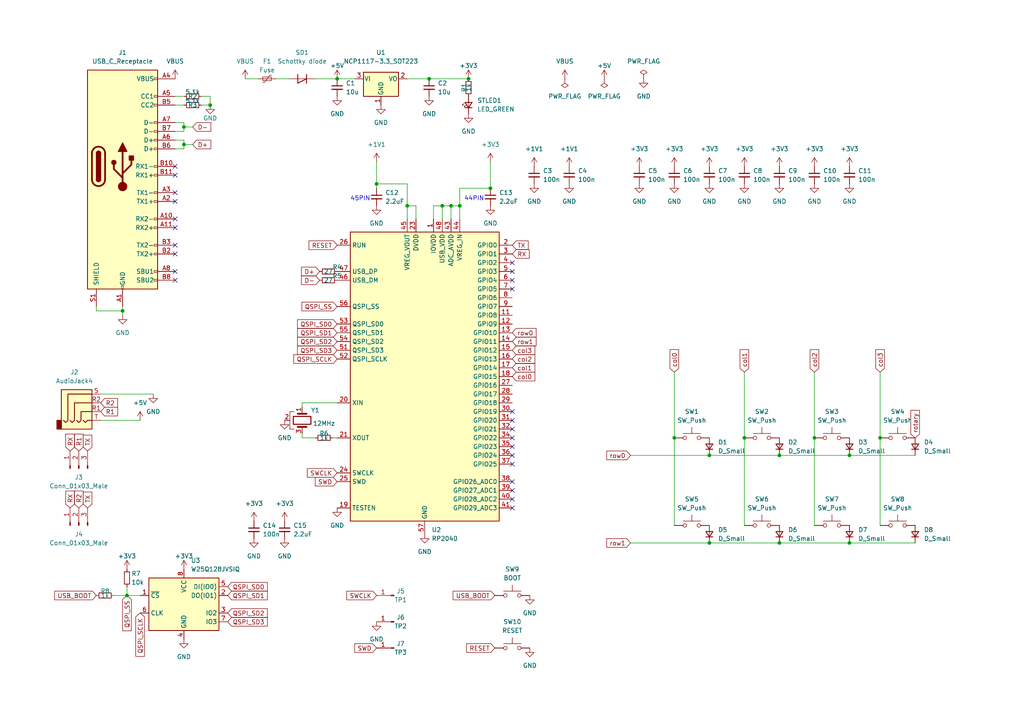
<source format=kicad_sch>
(kicad_sch (version 20230121) (generator eeschema)
  (paper "A4")
  (lib_symbols
    (symbol "Connector:AudioJack4"
      (property "Reference" "J" (at 0 8.89 0))
      (property "Value" "AudioJack4" (at 0 6.35 0))
      (symbol "AudioJack4_1_1"
        (pin passive line (at 5.08 -2.54 180) (length 2.54) (name "~") (number "R1"))
        (pin passive line (at 5.08 0 180) (length 2.54) (name "~") (number "R2"))
        (pin passive line (at 5.08 2.54 180) (length 2.54) (name "~") (number "S"))
        (pin passive line (at 5.08 -5.08 180) (length 2.54) (name "~") (number "T"))
      )
    )
    (symbol "Connector:Conn_01x01_Male" (pin_names (offset 1.016) hide)
      (property "Reference" "J" (at 0 2.54 0))
      (property "Value" "Conn_01x01_Male" (at 0 -2.54 0))
      (symbol "Conn_01x01_Male_1_1"
        (pin passive line (at 5.08 0 180) (length 3.81) (name "Pin_1") (number "1"))
      )
    )
    (symbol "Connector:Conn_01x03_Male" (pin_names (offset 1.016) hide)
      (property "Reference" "J" (at 0 5.08 0))
      (property "Value" "Conn_01x03_Male" (at 0 -5.08 0))
      (symbol "Conn_01x03_Male_1_1"
        (pin passive line (at 5.08 2.54 180) (length 3.81) (name "Pin_1") (number "1"))
        (pin passive line (at 5.08 0 180) (length 3.81) (name "Pin_2") (number "2"))
        (pin passive line (at 5.08 -2.54 180) (length 3.81) (name "Pin_3") (number "3"))
      )
    )
    (symbol "Connector:USB_C_Receptacle" (pin_names (offset 1.016))
      (property "Reference" "J" (at -10.16 29.21 0))
      (property "Value" "USB_C_Receptacle" (at 10.16 29.21 0))
      (symbol "USB_C_Receptacle_1_1"
        (pin passive line (at 0 -40.64 90) (length 5.08) (name "GND") (number "A1"))
        (pin bidirectional line (at 15.24 -15.24 180) (length 5.08) (name "RX2-") (number "A10"))
        (pin bidirectional line (at 15.24 -17.78 180) (length 5.08) (name "RX2+") (number "A11"))
        (pin passive line (at 0 -40.64 90) (length 5.08) hide (name "GND") (number "A12"))
        (pin bidirectional line (at 15.24 -10.16 180) (length 5.08) (name "TX1+") (number "A2"))
        (pin bidirectional line (at 15.24 -7.62 180) (length 5.08) (name "TX1-") (number "A3"))
        (pin passive line (at 15.24 25.4 180) (length 5.08) (name "VBUS") (number "A4"))
        (pin bidirectional line (at 15.24 20.32 180) (length 5.08) (name "CC1") (number "A5"))
        (pin bidirectional line (at 15.24 7.62 180) (length 5.08) (name "D+") (number "A6"))
        (pin bidirectional line (at 15.24 12.7 180) (length 5.08) (name "D-") (number "A7"))
        (pin bidirectional line (at 15.24 -30.48 180) (length 5.08) (name "SBU1") (number "A8"))
        (pin passive line (at 15.24 25.4 180) (length 5.08) hide (name "VBUS") (number "A9"))
        (pin passive line (at 0 -40.64 90) (length 5.08) hide (name "GND") (number "B1"))
        (pin bidirectional line (at 15.24 0 180) (length 5.08) (name "RX1-") (number "B10"))
        (pin bidirectional line (at 15.24 -2.54 180) (length 5.08) (name "RX1+") (number "B11"))
        (pin passive line (at 0 -40.64 90) (length 5.08) hide (name "GND") (number "B12"))
        (pin bidirectional line (at 15.24 -25.4 180) (length 5.08) (name "TX2+") (number "B2"))
        (pin bidirectional line (at 15.24 -22.86 180) (length 5.08) (name "TX2-") (number "B3"))
        (pin passive line (at 15.24 25.4 180) (length 5.08) hide (name "VBUS") (number "B4"))
        (pin bidirectional line (at 15.24 17.78 180) (length 5.08) (name "CC2") (number "B5"))
        (pin bidirectional line (at 15.24 5.08 180) (length 5.08) (name "D+") (number "B6"))
        (pin bidirectional line (at 15.24 10.16 180) (length 5.08) (name "D-") (number "B7"))
        (pin bidirectional line (at 15.24 -33.02 180) (length 5.08) (name "SBU2") (number "B8"))
        (pin passive line (at 15.24 25.4 180) (length 5.08) hide (name "VBUS") (number "B9"))
        (pin passive line (at -7.62 -40.64 90) (length 5.08) (name "SHIELD") (number "S1"))
      )
    )
    (symbol "Device:C_Small" (pin_numbers hide) (pin_names (offset 0.254) hide)
      (property "Reference" "C" (at 0.254 1.778 0))
      (property "Value" "C_Small" (at 0.254 -2.032 0))
      (symbol "C_Small_1_1"
        (pin passive line (at 0 2.54 270) (length 2.032) (name "~") (number "1"))
        (pin passive line (at 0 -2.54 90) (length 2.032) (name "~") (number "2"))
      )
    )
    (symbol "Device:Crystal_GND2" (pin_names (offset 1.016) hide)
      (property "Reference" "Y" (at 0 5.715 0))
      (property "Value" "Crystal_GND2" (at 0 3.81 0))
      (symbol "Crystal_GND2_1_1"
        (pin passive line (at -3.81 0 0) (length 1.27) (name "1") (number "1"))
        (pin passive line (at 0 -5.08 90) (length 1.27) (name "2") (number "2"))
        (pin passive line (at 3.81 0 180) (length 1.27) (name "3") (number "3"))
      )
    )
    (symbol "Device:D_Shockley" (pin_numbers hide) (pin_names (offset 1.016) hide)
      (property "Reference" "D" (at 0 2.54 0))
      (property "Value" "D_Shockley" (at 0 -2.54 0))
      (symbol "D_Shockley_1_1"
        (pin passive line (at -3.81 0 0) (length 2.54) (name "K") (number "1"))
        (pin passive line (at 3.81 0 180) (length 2.54) (name "A") (number "2"))
      )
    )
    (symbol "Device:D_Small" (pin_numbers hide) (pin_names (offset 0.254) hide)
      (property "Reference" "D" (at -1.27 2.032 0))
      (property "Value" "D_Small" (at -3.81 -2.032 0))
      (symbol "D_Small_1_1"
        (pin passive line (at -2.54 0 0) (length 1.778) (name "K") (number "1"))
        (pin passive line (at 2.54 0 180) (length 1.778) (name "A") (number "2"))
      )
    )
    (symbol "Device:LED_Small" (pin_numbers hide) (pin_names (offset 0.254) hide)
      (property "Reference" "D" (at -1.27 3.175 0))
      (property "Value" "LED_Small" (at -4.445 -2.54 0))
      (symbol "LED_Small_1_1"
        (pin passive line (at -2.54 0 0) (length 1.778) (name "K") (number "1"))
        (pin passive line (at 2.54 0 180) (length 1.778) (name "A") (number "2"))
      )
    )
    (symbol "Device:Polyfuse_Small" (pin_numbers hide) (pin_names (offset 0))
      (property "Reference" "F" (at -1.905 0 90))
      (property "Value" "Polyfuse_Small" (at 1.905 0 90))
      (symbol "Polyfuse_Small_1_1"
        (pin passive line (at 0 2.54 270) (length 0.635) (name "~") (number "1"))
        (pin passive line (at 0 -2.54 90) (length 0.635) (name "~") (number "2"))
      )
    )
    (symbol "Device:R_Small" (pin_numbers hide) (pin_names (offset 0.254) hide)
      (property "Reference" "R" (at 0.762 0.508 0))
      (property "Value" "R_Small" (at 0.762 -1.016 0))
      (symbol "R_Small_1_1"
        (pin passive line (at 0 2.54 270) (length 0.762) (name "~") (number "1"))
        (pin passive line (at 0 -2.54 90) (length 0.762) (name "~") (number "2"))
      )
    )
    (symbol "MCU_RaspberryPi:RP2040"
      (property "Reference" "U" (at 17.78 45.72 0))
      (property "Value" "RP2040" (at 17.78 43.18 0))
      (symbol "RP2040_1_1"
        (pin power_in line (at 2.54 45.72 270) (length 3.81) (name "IOVDD") (number "1"))
        (pin passive line (at 2.54 45.72 270) (length 3.81) hide (name "IOVDD") (number "10"))
        (pin bidirectional line (at 25.4 17.78 180) (length 3.81) (name "GPIO8") (number "11"))
        (pin bidirectional line (at 25.4 15.24 180) (length 3.81) (name "GPIO9") (number "12"))
        (pin bidirectional line (at 25.4 12.7 180) (length 3.81) (name "GPIO10") (number "13"))
        (pin bidirectional line (at 25.4 10.16 180) (length 3.81) (name "GPIO11") (number "14"))
        (pin bidirectional line (at 25.4 7.62 180) (length 3.81) (name "GPIO12") (number "15"))
        (pin bidirectional line (at 25.4 5.08 180) (length 3.81) (name "GPIO13") (number "16"))
        (pin bidirectional line (at 25.4 2.54 180) (length 3.81) (name "GPIO14") (number "17"))
        (pin bidirectional line (at 25.4 0 180) (length 3.81) (name "GPIO15") (number "18"))
        (pin input line (at -25.4 -38.1 0) (length 3.81) (name "TESTEN") (number "19"))
        (pin bidirectional line (at 25.4 38.1 180) (length 3.81) (name "GPIO0") (number "2"))
        (pin input line (at -25.4 -7.62 0) (length 3.81) (name "XIN") (number "20"))
        (pin passive line (at -25.4 -17.78 0) (length 3.81) (name "XOUT") (number "21"))
        (pin passive line (at 2.54 45.72 270) (length 3.81) hide (name "IOVDD") (number "22"))
        (pin power_in line (at -2.54 45.72 270) (length 3.81) (name "DVDD") (number "23"))
        (pin output line (at -25.4 -27.94 0) (length 3.81) (name "SWCLK") (number "24"))
        (pin bidirectional line (at -25.4 -30.48 0) (length 3.81) (name "SWD") (number "25"))
        (pin input line (at -25.4 38.1 0) (length 3.81) (name "RUN") (number "26"))
        (pin bidirectional line (at 25.4 -2.54 180) (length 3.81) (name "GPIO16") (number "27"))
        (pin bidirectional line (at 25.4 -5.08 180) (length 3.81) (name "GPIO17") (number "28"))
        (pin bidirectional line (at 25.4 -7.62 180) (length 3.81) (name "GPIO18") (number "29"))
        (pin bidirectional line (at 25.4 35.56 180) (length 3.81) (name "GPIO1") (number "3"))
        (pin bidirectional line (at 25.4 -10.16 180) (length 3.81) (name "GPIO19") (number "30"))
        (pin bidirectional line (at 25.4 -12.7 180) (length 3.81) (name "GPIO20") (number "31"))
        (pin bidirectional line (at 25.4 -15.24 180) (length 3.81) (name "GPIO21") (number "32"))
        (pin passive line (at 2.54 45.72 270) (length 3.81) hide (name "IOVDD") (number "33"))
        (pin bidirectional line (at 25.4 -17.78 180) (length 3.81) (name "GPIO22") (number "34"))
        (pin bidirectional line (at 25.4 -20.32 180) (length 3.81) (name "GPIO23") (number "35"))
        (pin bidirectional line (at 25.4 -22.86 180) (length 3.81) (name "GPIO24") (number "36"))
        (pin bidirectional line (at 25.4 -25.4 180) (length 3.81) (name "GPIO25") (number "37"))
        (pin bidirectional line (at 25.4 -30.48 180) (length 3.81) (name "GPIO26_ADC0") (number "38"))
        (pin bidirectional line (at 25.4 -33.02 180) (length 3.81) (name "GPIO27_ADC1") (number "39"))
        (pin bidirectional line (at 25.4 33.02 180) (length 3.81) (name "GPIO2") (number "4"))
        (pin bidirectional line (at 25.4 -35.56 180) (length 3.81) (name "GPIO28_ADC2") (number "40"))
        (pin bidirectional line (at 25.4 -38.1 180) (length 3.81) (name "GPIO29_ADC3") (number "41"))
        (pin passive line (at 2.54 45.72 270) (length 3.81) hide (name "IOVDD") (number "42"))
        (pin power_in line (at 7.62 45.72 270) (length 3.81) (name "ADC_AVDD") (number "43"))
        (pin power_in line (at 10.16 45.72 270) (length 3.81) (name "VREG_IN") (number "44"))
        (pin power_out line (at -5.08 45.72 270) (length 3.81) (name "VREG_VOUT") (number "45"))
        (pin bidirectional line (at -25.4 27.94 0) (length 3.81) (name "USB_DM") (number "46"))
        (pin bidirectional line (at -25.4 30.48 0) (length 3.81) (name "USB_DP") (number "47"))
        (pin power_in line (at 5.08 45.72 270) (length 3.81) (name "USB_VDD") (number "48"))
        (pin passive line (at 2.54 45.72 270) (length 3.81) hide (name "IOVDD") (number "49"))
        (pin bidirectional line (at 25.4 30.48 180) (length 3.81) (name "GPIO3") (number "5"))
        (pin passive line (at -2.54 45.72 270) (length 3.81) hide (name "DVDD") (number "50"))
        (pin bidirectional line (at -25.4 7.62 0) (length 3.81) (name "QSPI_SD3") (number "51"))
        (pin output line (at -25.4 5.08 0) (length 3.81) (name "QSPI_SCLK") (number "52"))
        (pin bidirectional line (at -25.4 15.24 0) (length 3.81) (name "QSPI_SD0") (number "53"))
        (pin bidirectional line (at -25.4 10.16 0) (length 3.81) (name "QSPI_SD2") (number "54"))
        (pin bidirectional line (at -25.4 12.7 0) (length 3.81) (name "QSPI_SD1") (number "55"))
        (pin bidirectional line (at -25.4 20.32 0) (length 3.81) (name "QSPI_SS") (number "56"))
        (pin power_in line (at 0 -45.72 90) (length 3.81) (name "GND") (number "57"))
        (pin bidirectional line (at 25.4 27.94 180) (length 3.81) (name "GPIO4") (number "6"))
        (pin bidirectional line (at 25.4 25.4 180) (length 3.81) (name "GPIO5") (number "7"))
        (pin bidirectional line (at 25.4 22.86 180) (length 3.81) (name "GPIO6") (number "8"))
        (pin bidirectional line (at 25.4 20.32 180) (length 3.81) (name "GPIO7") (number "9"))
      )
    )
    (symbol "Memory_Flash:W25Q128JVS"
      (property "Reference" "U" (at -8.89 8.89 0))
      (property "Value" "W25Q128JVS" (at 7.62 8.89 0))
      (symbol "W25Q128JVS_1_1"
        (pin input line (at -12.7 2.54 0) (length 2.54) (name "~{CS}") (number "1"))
        (pin bidirectional line (at 12.7 2.54 180) (length 2.54) (name "DO(IO1)") (number "2"))
        (pin bidirectional line (at 12.7 -2.54 180) (length 2.54) (name "IO2") (number "3"))
        (pin power_in line (at 0 -10.16 90) (length 2.54) (name "GND") (number "4"))
        (pin bidirectional line (at 12.7 5.08 180) (length 2.54) (name "DI(IO0)") (number "5"))
        (pin input line (at -12.7 -2.54 0) (length 2.54) (name "CLK") (number "6"))
        (pin bidirectional line (at 12.7 -5.08 180) (length 2.54) (name "IO3") (number "7"))
        (pin power_in line (at 0 10.16 270) (length 2.54) (name "VCC") (number "8"))
      )
    )
    (symbol "Regulator_Linear:NCP1117-3.3_SOT223" (pin_names (offset 0.254))
      (property "Reference" "U" (at -3.81 3.175 0))
      (property "Value" "NCP1117-3.3_SOT223" (at 0 3.175 0))
      (symbol "NCP1117-3.3_SOT223_1_1"
        (pin power_in line (at 0 -7.62 90) (length 2.54) (name "GND") (number "1"))
        (pin power_out line (at 7.62 0 180) (length 2.54) (name "VO") (number "2"))
        (pin power_in line (at -7.62 0 0) (length 2.54) (name "VI") (number "3"))
      )
    )
    (symbol "Switch:SW_Push" (pin_numbers hide) (pin_names (offset 1.016) hide)
      (property "Reference" "SW" (at 1.27 2.54 0))
      (property "Value" "SW_Push" (at 0 -1.524 0))
      (symbol "SW_Push_0_1"
        (pin passive line (at -5.08 0 0) (length 2.54) (name "1") (number "1"))
        (pin passive line (at 5.08 0 180) (length 2.54) (name "2") (number "2"))
      )
    )
    (symbol "power:+1V1" (power) (pin_names (offset 0))
      (property "Value" "+1V1" (at 0 3.556 0))
      (symbol "+1V1_1_1"
        (pin power_in line (at 0 0 90) (length 0) hide (name "+1V1") (number "1"))
      )
    )
    (symbol "power:+3V3" (power) (pin_names (offset 0))
      (property "Value" "+3V3" (at 0 3.556 0))
      (symbol "+3V3_1_1"
        (pin power_in line (at 0 0 90) (length 0) hide (name "+3V3") (number "1"))
      )
    )
    (symbol "power:+5V" (power) (pin_names (offset 0))
      (property "Value" "+5V" (at 0 3.556 0))
      (symbol "+5V_1_1"
        (pin power_in line (at 0 0 90) (length 0) hide (name "+5V") (number "1"))
      )
    )
    (symbol "power:GND" (power) (pin_names (offset 0))
      (property "Value" "GND" (at 0 -3.81 0))
      (symbol "GND_1_1"
        (pin power_in line (at 0 0 270) (length 0) hide (name "GND") (number "1"))
      )
    )
    (symbol "power:PWR_FLAG" (power) (pin_numbers hide) (pin_names (offset 0) hide)
      (property "Value" "PWR_FLAG" (at 0 3.81 0))
      (symbol "PWR_FLAG_0_0"
        (pin power_out line (at 0 0 90) (length 0) (name "pwr") (number "1"))
      )
    )
    (symbol "power:VBUS" (power) (pin_names (offset 0))
      (property "Value" "VBUS" (at 0 3.81 0))
      (symbol "VBUS_1_1"
        (pin power_in line (at 0 0 90) (length 0) hide (name "VBUS") (number "1"))
      )
    )
  )
  (junction (at 36.83 172.72))
  (junction (at 60.96 30.48))
  (junction (at 109.22 53.34))
  (junction (at 195.58 127))
  (junction (at 215.9 127))
  (junction (at 205.74 132.08))
  (junction (at 133.35 59.69))
  (junction (at 205.74 157.48))
  (junction (at 226.06 132.08))
  (junction (at 246.38 157.48))
  (junction (at 118.11 59.69))
  (junction (at 124.46 22.86))
  (junction (at 53.34 41.91))
  (junction (at 130.81 59.69))
  (junction (at 53.34 36.83))
  (junction (at 97.79 22.86))
  (junction (at 236.22 127))
  (junction (at 226.06 157.48))
  (junction (at 35.56 90.17))
  (junction (at 142.24 54.61))
  (junction (at 255.27 127))
  (junction (at 135.89 22.86))
  (junction (at 246.38 132.08))
  (junction (at 128.27 59.69))
  (no_connect (at 50.8 78.74))
  (no_connect (at 148.59 119.38))
  (no_connect (at 148.59 81.28))
  (no_connect (at 50.8 48.26))
  (no_connect (at 148.59 139.7))
  (no_connect (at 50.8 58.42))
  (no_connect (at 50.8 73.66))
  (no_connect (at 148.59 124.46))
  (no_connect (at 148.59 83.82))
  (no_connect (at 148.59 132.08))
  (no_connect (at 148.59 129.54))
  (no_connect (at 50.8 63.5))
  (no_connect (at 50.8 71.12))
  (no_connect (at 148.59 78.74))
  (no_connect (at 148.59 142.24))
  (no_connect (at 50.8 66.04))
  (no_connect (at 148.59 147.32))
  (no_connect (at 50.8 50.8))
  (no_connect (at 148.59 144.78))
  (no_connect (at 148.59 121.92))
  (no_connect (at 50.8 55.88))
  (no_connect (at 50.8 81.28))
  (no_connect (at 148.59 127))
  (no_connect (at 148.59 76.2))
  (no_connect (at 148.59 134.62))
  (wire (pts (xy 53.34 36.83) (xy 53.34 38.1)))
  (wire (pts (xy 53.34 40.64) (xy 53.34 41.91)))
  (wire (pts (xy 142.24 54.61) (xy 133.35 54.61)))
  (wire (pts (xy 118.11 22.86) (xy 124.46 22.86)))
  (wire (pts (xy 133.35 59.69) (xy 133.35 63.5)))
  (wire (pts (xy 195.58 107.95) (xy 195.58 127)))
  (wire (pts (xy 27.94 88.9) (xy 27.94 90.17)))
  (wire (pts (xy 96.52 127) (xy 97.79 127)))
  (wire (pts (xy 50.8 27.94) (xy 53.34 27.94)))
  (wire (pts (xy 58.42 27.94) (xy 60.96 27.94)))
  (wire (pts (xy 255.27 127) (xy 255.27 152.4)))
  (wire (pts (xy 33.02 172.72) (xy 36.83 172.72)))
  (wire (pts (xy 125.73 59.69) (xy 128.27 59.69)))
  (wire (pts (xy 29.21 114.3) (xy 44.45 114.3)))
  (wire (pts (xy 133.35 54.61) (xy 133.35 59.69)))
  (wire (pts (xy 109.22 53.34) (xy 109.22 54.61)))
  (wire (pts (xy 80.01 22.86) (xy 83.82 22.86)))
  (wire (pts (xy 118.11 59.69) (xy 118.11 63.5)))
  (wire (pts (xy 246.38 157.48) (xy 265.43 157.48)))
  (wire (pts (xy 50.8 35.56) (xy 53.34 35.56)))
  (wire (pts (xy 142.24 46.99) (xy 142.24 54.61)))
  (wire (pts (xy 87.63 127) (xy 91.44 127)))
  (wire (pts (xy 53.34 38.1) (xy 50.8 38.1)))
  (wire (pts (xy 35.56 88.9) (xy 35.56 90.17)))
  (wire (pts (xy 53.34 41.91) (xy 55.88 41.91)))
  (wire (pts (xy 29.21 121.92) (xy 40.64 121.92)))
  (wire (pts (xy 53.34 41.91) (xy 53.34 43.18)))
  (wire (pts (xy 205.74 157.48) (xy 226.06 157.48)))
  (wire (pts (xy 215.9 107.95) (xy 215.9 127)))
  (wire (pts (xy 87.63 116.84) (xy 97.79 116.84)))
  (wire (pts (xy 91.44 22.86) (xy 97.79 22.86)))
  (wire (pts (xy 53.34 43.18) (xy 50.8 43.18)))
  (wire (pts (xy 120.65 59.69) (xy 118.11 59.69)))
  (wire (pts (xy 120.65 59.69) (xy 120.65 63.5)))
  (wire (pts (xy 58.42 30.48) (xy 60.96 30.48)))
  (wire (pts (xy 128.27 59.69) (xy 128.27 63.5)))
  (wire (pts (xy 60.96 27.94) (xy 60.96 30.48)))
  (wire (pts (xy 50.8 40.64) (xy 53.34 40.64)))
  (wire (pts (xy 182.88 132.08) (xy 205.74 132.08)))
  (wire (pts (xy 97.79 22.86) (xy 102.87 22.86)))
  (wire (pts (xy 195.58 127) (xy 195.58 152.4)))
  (wire (pts (xy 71.12 22.86) (xy 74.93 22.86)))
  (wire (pts (xy 109.22 53.34) (xy 118.11 53.34)))
  (wire (pts (xy 36.83 172.72) (xy 40.64 172.72)))
  (wire (pts (xy 255.27 107.95) (xy 255.27 127)))
  (wire (pts (xy 236.22 127) (xy 236.22 152.4)))
  (wire (pts (xy 215.9 127) (xy 215.9 152.4)))
  (wire (pts (xy 87.63 125.73) (xy 87.63 127)))
  (wire (pts (xy 236.22 107.95) (xy 236.22 127)))
  (wire (pts (xy 36.83 170.18) (xy 36.83 172.72)))
  (wire (pts (xy 205.74 132.08) (xy 226.06 132.08)))
  (wire (pts (xy 246.38 132.08) (xy 265.43 132.08)))
  (wire (pts (xy 226.06 157.48) (xy 246.38 157.48)))
  (wire (pts (xy 87.63 116.84) (xy 87.63 118.11)))
  (wire (pts (xy 109.22 46.99) (xy 109.22 53.34)))
  (wire (pts (xy 53.34 36.83) (xy 55.88 36.83)))
  (wire (pts (xy 118.11 53.34) (xy 118.11 59.69)))
  (wire (pts (xy 124.46 22.86) (xy 135.89 22.86)))
  (wire (pts (xy 128.27 59.69) (xy 130.81 59.69)))
  (wire (pts (xy 182.88 157.48) (xy 205.74 157.48)))
  (wire (pts (xy 130.81 59.69) (xy 133.35 59.69)))
  (wire (pts (xy 53.34 35.56) (xy 53.34 36.83)))
  (wire (pts (xy 125.73 59.69) (xy 125.73 63.5)))
  (wire (pts (xy 50.8 30.48) (xy 53.34 30.48)))
  (wire (pts (xy 27.94 90.17) (xy 35.56 90.17)))
  (wire (pts (xy 130.81 59.69) (xy 130.81 63.5)))
  (wire (pts (xy 226.06 132.08) (xy 246.38 132.08)))
  (wire (pts (xy 35.56 90.17) (xy 35.56 91.44)))
  (text "45PIN" (at 101.6 58.42 0) (effects (font (size 1.27 1.27)) (justify left bottom)))
  (text "44PIN" (at 134.62 58.42 0) (effects (font (size 1.27 1.27)) (justify left bottom)))
  (global_label "row0" (shape input) (at 148.59 96.52 0) (property "Intersheetrefs" "${INTERSHEET_REFS}" (effects hide)) (property "シート間のリファレンス" "${INTERSHEET_REFS}" (effects hide)))
  (global_label "R1" (shape input) (at 29.21 119.38 0) (property "Intersheetrefs" "${INTERSHEET_REFS}" (effects hide)) (property "シート間のリファレンス" "${INTERSHEET_REFS}" (effects hide)))
  (global_label "RESET" (shape input) (at 97.79 71.12 180) (property "Intersheetrefs" "${INTERSHEET_REFS}" (effects hide)))
  (global_label "TX" (shape input) (at 25.4 147.32 90) (property "Intersheetrefs" "${INTERSHEET_REFS}" (effects hide)) (property "シート間のリファレンス" "${INTERSHEET_REFS}" (effects hide)))
  (global_label "RX" (shape input) (at 20.32 130.81 90) (property "Intersheetrefs" "${INTERSHEET_REFS}" (effects hide)) (property "シート間のリファレンス" "${INTERSHEET_REFS}" (effects hide)))
  (global_label "USB_BOOT" (shape input) (at 27.94 172.72 180) (property "Intersheetrefs" "${INTERSHEET_REFS}" (effects hide)))
  (global_label "col1" (shape input) (at 148.59 106.68 0) (property "Intersheetrefs" "${INTERSHEET_REFS}" (effects hide)) (property "シート間のリファレンス" "${INTERSHEET_REFS}" (effects hide)))
  (global_label "RX" (shape input) (at 148.59 73.66 0) (property "Intersheetrefs" "${INTERSHEET_REFS}" (effects hide)) (property "シート間のリファレンス" "${INTERSHEET_REFS}" (effects hide)))
  (global_label "QSPI_SD2" (shape input) (at 66.04 177.8 0) (property "Intersheetrefs" "${INTERSHEET_REFS}" (effects hide)))
  (global_label "R1" (shape input) (at 22.86 130.81 90) (property "Intersheetrefs" "${INTERSHEET_REFS}" (effects hide)) (property "シート間のリファレンス" "${INTERSHEET_REFS}" (effects hide)))
  (global_label "row1" (shape input) (at 148.59 99.06 0) (property "Intersheetrefs" "${INTERSHEET_REFS}" (effects hide)) (property "シート間のリファレンス" "${INTERSHEET_REFS}" (effects hide)))
  (global_label "QSPI_SCLK" (shape input) (at 40.64 177.8 270) (property "Intersheetrefs" "${INTERSHEET_REFS}" (effects hide)))
  (global_label "col2" (shape input) (at 236.22 107.95 90) (property "Intersheetrefs" "${INTERSHEET_REFS}" (effects hide)) (property "シート間のリファレンス" "${INTERSHEET_REFS}" (effects hide)))
  (global_label "rotary" (shape input) (at 265.43 127 90) (property "Intersheetrefs" "${INTERSHEET_REFS}" (effects hide)))
  (global_label "row1" (shape input) (at 182.88 157.48 180) (property "Intersheetrefs" "${INTERSHEET_REFS}" (effects hide)) (property "シート間のリファレンス" "${INTERSHEET_REFS}" (effects hide)))
  (global_label "col0" (shape input) (at 148.59 109.22 0) (property "Intersheetrefs" "${INTERSHEET_REFS}" (effects hide)) (property "シート間のリファレンス" "${INTERSHEET_REFS}" (effects hide)))
  (global_label "TX" (shape input) (at 25.4 130.81 90) (property "Intersheetrefs" "${INTERSHEET_REFS}" (effects hide)) (property "シート間のリファレンス" "${INTERSHEET_REFS}" (effects hide)))
  (global_label "D+" (shape input) (at 55.88 41.91 0) (property "Intersheetrefs" "${INTERSHEET_REFS}" (effects hide)))
  (global_label "col1" (shape input) (at 215.9 107.95 90) (property "Intersheetrefs" "${INTERSHEET_REFS}" (effects hide)) (property "シート間のリファレンス" "${INTERSHEET_REFS}" (effects hide)))
  (global_label "col0" (shape input) (at 195.58 107.95 90) (property "Intersheetrefs" "${INTERSHEET_REFS}" (effects hide)) (property "シート間のリファレンス" "${INTERSHEET_REFS}" (effects hide)))
  (global_label "col3" (shape input) (at 255.27 107.95 90) (property "Intersheetrefs" "${INTERSHEET_REFS}" (effects hide)) (property "シート間のリファレンス" "${INTERSHEET_REFS}" (effects hide)))
  (global_label "QSPI_SS" (shape input) (at 97.79 88.9 180) (property "Intersheetrefs" "${INTERSHEET_REFS}" (effects hide)))
  (global_label "QSPI_SD1" (shape input) (at 97.79 96.52 180) (property "Intersheetrefs" "${INTERSHEET_REFS}" (effects hide)))
  (global_label "QSPI_SD3" (shape input) (at 66.04 180.34 0) (property "Intersheetrefs" "${INTERSHEET_REFS}" (effects hide)))
  (global_label "SWCLK" (shape input) (at 97.79 137.16 180) (property "Intersheetrefs" "${INTERSHEET_REFS}" (effects hide)))
  (global_label "QSPI_SD2" (shape input) (at 97.79 99.06 180) (property "Intersheetrefs" "${INTERSHEET_REFS}" (effects hide)))
  (global_label "QSPI_SD1" (shape input) (at 66.04 172.72 0) (property "Intersheetrefs" "${INTERSHEET_REFS}" (effects hide)))
  (global_label "D-" (shape input) (at 55.88 36.83 0) (property "Intersheetrefs" "${INTERSHEET_REFS}" (effects hide)))
  (global_label "SWD" (shape input) (at 97.79 139.7 180) (property "Intersheetrefs" "${INTERSHEET_REFS}" (effects hide)))
  (global_label "row0" (shape input) (at 182.88 132.08 180) (property "Intersheetrefs" "${INTERSHEET_REFS}" (effects hide)) (property "シート間のリファレンス" "${INTERSHEET_REFS}" (effects hide)))
  (global_label "RESET" (shape input) (at 143.51 187.96 180) (property "Intersheetrefs" "${INTERSHEET_REFS}" (effects hide)))
  (global_label "R2" (shape input) (at 22.86 147.32 90) (property "Intersheetrefs" "${INTERSHEET_REFS}" (effects hide)) (property "シート間のリファレンス" "${INTERSHEET_REFS}" (effects hide)))
  (global_label "D+" (shape input) (at 92.71 78.74 180) (property "Intersheetrefs" "${INTERSHEET_REFS}" (effects hide)))
  (global_label "QSPI_SD0" (shape input) (at 97.79 93.98 180) (property "Intersheetrefs" "${INTERSHEET_REFS}" (effects hide)))
  (global_label "col2" (shape input) (at 148.59 104.14 0) (property "Intersheetrefs" "${INTERSHEET_REFS}" (effects hide)) (property "シート間のリファレンス" "${INTERSHEET_REFS}" (effects hide)))
  (global_label "SWCLK" (shape input) (at 109.22 172.72 180) (property "Intersheetrefs" "${INTERSHEET_REFS}" (effects hide)))
  (global_label "R2" (shape input) (at 29.21 116.84 0) (property "Intersheetrefs" "${INTERSHEET_REFS}" (effects hide)) (property "シート間のリファレンス" "${INTERSHEET_REFS}" (effects hide)))
  (global_label "RX" (shape input) (at 20.32 147.32 90) (property "Intersheetrefs" "${INTERSHEET_REFS}" (effects hide)) (property "シート間のリファレンス" "${INTERSHEET_REFS}" (effects hide)))
  (global_label "col3" (shape input) (at 148.59 101.6 0) (property "Intersheetrefs" "${INTERSHEET_REFS}" (effects hide)) (property "シート間のリファレンス" "${INTERSHEET_REFS}" (effects hide)))
  (global_label "USB_BOOT" (shape input) (at 143.51 172.72 180) (property "Intersheetrefs" "${INTERSHEET_REFS}" (effects hide)))
  (global_label "QSPI_SD0" (shape input) (at 66.04 170.18 0) (property "Intersheetrefs" "${INTERSHEET_REFS}" (effects hide)))
  (global_label "TX" (shape input) (at 148.59 71.12 0) (property "Intersheetrefs" "${INTERSHEET_REFS}" (effects hide)) (property "シート間のリファレンス" "${INTERSHEET_REFS}" (effects hide)))
  (global_label "D-" (shape input) (at 92.71 81.28 180) (property "Intersheetrefs" "${INTERSHEET_REFS}" (effects hide)))
  (global_label "QSPI_SS" (shape input) (at 36.83 172.72 270) (property "Intersheetrefs" "${INTERSHEET_REFS}" (effects hide)))
  (global_label "QSPI_SD3" (shape input) (at 97.79 101.6 180) (property "Intersheetrefs" "${INTERSHEET_REFS}" (effects hide)))
  (global_label "SWD" (shape input) (at 109.22 187.96 180) (property "Intersheetrefs" "${INTERSHEET_REFS}" (effects hide)))
  (global_label "QSPI_SCLK" (shape input) (at 97.79 104.14 180) (property "Intersheetrefs" "${INTERSHEET_REFS}" (effects hide)))
  (symbol (lib_id "power:GND") (at 97.79 27.94 0) (unit 1)
    (property "Reference" "#PWR08" (effects hide))
    (property "Value" "GND" (at 97.79 33.02 0))
  )
  (symbol (lib_id "power:+3V3") (at 142.24 46.99 0) (unit 1)
    (property "Reference" "#PWR014" (effects hide))
    (property "Value" "+3V3" (at 142.24 41.91 0))
  )
  (symbol (lib_id "power:+3V3") (at 73.66 151.13 0) (unit 1)
    (property "Reference" "#PWR040" (effects hide))
    (property "Value" "+3V3" (at 73.66 146.05 0))
  )
  (symbol (lib_id "power:PWR_FLAG") (at 163.83 22.86 180) (unit 1)
    (property "Reference" "#FLG01" (effects hide))
    (property "Value" "PWR_FLAG" (at 163.83 27.94 0))
  )
  (symbol (lib_id "Switch:SW_Push") (at 260.35 152.4 0) (unit 1)
    (property "Reference" "SW8" (at 260.35 144.78 0))
    (property "Value" "SW_Push" (at 260.35 147.32 0))
    (property "Footprint" "yuchi:MX_HOLE" (effects hide))
  )
  (symbol (lib_id "power:GND") (at 215.9 53.34 0) (unit 1)
    (property "Reference" "#PWR029" (effects hide))
    (property "Value" "GND" (at 215.9 58.42 0))
  )
  (symbol (lib_id "power:+3V3") (at 53.34 165.1 0) (unit 1)
    (property "Reference" "#PWR046" (effects hide))
    (property "Value" "+3V3" (at 53.34 161.29 0))
  )
  (symbol (lib_id "Switch:SW_Push") (at 220.98 127 0) (unit 1)
    (property "Reference" "SW2" (at 220.98 119.38 0))
    (property "Value" "SW_Push" (at 220.98 121.92 0))
    (property "Footprint" "yuchi:MX_HOLE" (effects hide))
  )
  (symbol (lib_id "power:GND") (at 226.06 53.34 0) (unit 1)
    (property "Reference" "#PWR030" (effects hide))
    (property "Value" "GND" (at 226.06 58.42 0))
  )
  (symbol (lib_id "power:+3V3") (at 185.42 48.26 0) (unit 1)
    (property "Reference" "#PWR017" (effects hide))
    (property "Value" "+3V3" (at 185.42 43.18 0))
  )
  (symbol (lib_id "MCU_RaspberryPi:RP2040") (at 123.19 109.22 0) (unit 1)
    (property "Reference" "U2" (at 125.2094 153.67 0) (effects (justify left)))
    (property "Value" "RP2040" (at 125.2094 156.21 0) (effects (justify left)))
    (property "Footprint" "Package_DFN_QFN:QFN-56-1EP_7x7mm_P0.4mm_EP3.2x3.2mm" (effects hide))
    (property "Datasheet" "https://datasheets.raspberrypi.com/rp2040/rp2040-datasheet.pdf" (effects hide))
  )
  (symbol (lib_id "power:GND") (at 82.55 121.92 0) (unit 1)
    (property "Reference" "#PWR038" (effects hide))
    (property "Value" "GND" (at 82.55 127 0))
  )
  (symbol (lib_id "power:GND") (at 109.22 59.69 0) (unit 1)
    (property "Reference" "#PWR033" (effects hide))
    (property "Value" "GND" (at 109.22 64.77 0))
  )
  (symbol (lib_id "Device:C_Small") (at 142.24 57.15 0) (unit 1)
    (property "Reference" "C13" (at 144.78 55.8862 0) (effects (justify left)))
    (property "Value" "2.2uF" (at 144.78 58.4262 0) (effects (justify left)))
    (property "Footprint" "Capacitor_SMD:C_0402_1005Metric" (effects hide))
  )
  (symbol (lib_id "Switch:SW_Push") (at 200.66 152.4 0) (unit 1)
    (property "Reference" "SW5" (at 200.66 144.78 0))
    (property "Value" "SW_Push" (at 200.66 147.32 0))
    (property "Footprint" "yuchi:MX_HOLE" (effects hide))
  )
  (symbol (lib_id "Device:R_Small") (at 95.25 78.74 270) (unit 1)
    (property "Reference" "R4" (at 97.79 77.47 90))
    (property "Value" "27" (at 95.25 78.74 90))
    (property "Footprint" "Resistor_SMD:R_0402_1005Metric" (effects hide))
  )
  (symbol (lib_id "power:+3V3") (at 215.9 48.26 0) (unit 1)
    (property "Reference" "#PWR020" (effects hide))
    (property "Value" "+3V3" (at 215.9 43.18 0))
  )
  (symbol (lib_id "power:VBUS") (at 50.8 22.86 0) (unit 1)
    (property "Reference" "#PWR01" (effects hide))
    (property "Value" "VBUS" (at 50.8 17.78 0))
  )
  (symbol (lib_id "power:GND") (at 165.1 53.34 0) (unit 1)
    (property "Reference" "#PWR025" (effects hide))
    (property "Value" "GND" (at 165.1 58.42 0))
  )
  (symbol (lib_id "Device:C_Small") (at 165.1 50.8 0) (unit 1)
    (property "Reference" "C4" (at 167.64 49.5362 0) (effects (justify left)))
    (property "Value" "100n" (at 167.64 52.0762 0) (effects (justify left)))
    (property "Footprint" "Capacitor_SMD:C_0402_1005Metric" (effects hide))
  )
  (symbol (lib_id "power:+3V3") (at 135.89 22.86 0) (unit 1)
    (property "Reference" "#PWR04" (effects hide))
    (property "Value" "+3V3" (at 135.89 19.05 0))
  )
  (symbol (lib_id "power:GND") (at 205.74 53.34 0) (unit 1)
    (property "Reference" "#PWR028" (effects hide))
    (property "Value" "GND" (at 205.74 58.42 0))
  )
  (symbol (lib_id "Device:C_Small") (at 236.22 50.8 0) (unit 1)
    (property "Reference" "C10" (at 238.76 49.5362 0) (effects (justify left)))
    (property "Value" "100n" (at 238.76 52.0762 0) (effects (justify left)))
    (property "Footprint" "Capacitor_SMD:C_0402_1005Metric" (effects hide))
  )
  (symbol (lib_id "power:+3V3") (at 246.38 48.26 0) (unit 1)
    (property "Reference" "#PWR023" (effects hide))
    (property "Value" "+3V3" (at 246.38 43.18 0))
  )
  (symbol (lib_id "Connector:Conn_01x03_Male") (at 22.86 135.89 90) (unit 1)
    (property "Reference" "J3" (at 22.86 138.43 90))
    (property "Value" "Conn_01x03_Male" (at 22.86 140.97 90))
    (property "Footprint" "Jumper:SolderJumper-3_P1.3mm_Open_Pad1.0x1.5mm_NumberLabels" (effects hide))
  )
  (symbol (lib_id "Device:C_Small") (at 73.66 153.67 0) (unit 1)
    (property "Reference" "C14" (at 76.2 152.4062 0) (effects (justify left)))
    (property "Value" "100n" (at 76.2 154.9462 0) (effects (justify left)))
    (property "Footprint" "Capacitor_SMD:C_0402_1005Metric" (effects hide))
  )
  (symbol (lib_id "power:GND") (at 153.67 172.72 0) (unit 1)
    (property "Reference" "#PWR047" (effects hide))
    (property "Value" "GND" (at 153.67 177.8 0))
  )
  (symbol (lib_id "power:GND") (at 124.46 27.94 0) (unit 1)
    (property "Reference" "#PWR09" (effects hide))
    (property "Value" "GND" (at 124.46 33.02 0))
  )
  (symbol (lib_id "power:+1V1") (at 165.1 48.26 0) (unit 1)
    (property "Reference" "#PWR016" (effects hide))
    (property "Value" "+1V1" (at 165.1 43.18 0))
  )
  (symbol (lib_id "power:GND") (at 195.58 53.34 0) (unit 1)
    (property "Reference" "#PWR027" (effects hide))
    (property "Value" "GND" (at 195.58 58.42 0))
  )
  (symbol (lib_id "power:+1V1") (at 109.22 46.99 0) (unit 1)
    (property "Reference" "#PWR013" (effects hide))
    (property "Value" "+1V1" (at 109.22 41.91 0))
  )
  (symbol (lib_id "Device:C_Small") (at 246.38 50.8 0) (unit 1)
    (property "Reference" "C11" (at 248.92 49.5362 0) (effects (justify left)))
    (property "Value" "100n" (at 248.92 52.0762 0) (effects (justify left)))
    (property "Footprint" "Capacitor_SMD:C_0402_1005Metric" (effects hide))
  )
  (symbol (lib_id "power:+5V") (at 175.26 22.86 0) (unit 1)
    (property "Reference" "#PWR06" (effects hide))
    (property "Value" "+5V" (at 175.26 19.05 0))
  )
  (symbol (lib_id "power:GND") (at 186.69 22.86 0) (unit 1)
    (property "Reference" "#PWR07" (effects hide))
    (property "Value" "GND" (at 186.69 27.94 0))
  )
  (symbol (lib_id "power:GND") (at 185.42 53.34 0) (unit 1)
    (property "Reference" "#PWR026" (effects hide))
    (property "Value" "GND" (at 185.42 58.42 0))
  )
  (symbol (lib_id "Device:R_Small") (at 93.98 127 90) (unit 1)
    (property "Reference" "R6" (at 93.98 125.73 90))
    (property "Value" "1k" (at 93.98 127 90))
    (property "Footprint" "Resistor_SMD:R_0402_1005Metric" (effects hide))
  )
  (symbol (lib_id "Device:R_Small") (at 135.89 25.4 180) (unit 1)
    (property "Reference" "R1" (at 134.62 25.4 90))
    (property "Value" "1k" (at 135.89 25.4 90))
    (property "Footprint" "Resistor_SMD:R_0402_1005Metric" (effects hide))
  )
  (symbol (lib_id "power:GND") (at 44.45 114.3 0) (unit 1)
    (property "Reference" "#PWR036" (effects hide))
    (property "Value" "GND" (at 44.45 119.38 0))
  )
  (symbol (lib_id "Device:Polyfuse_Small") (at 77.47 22.86 90) (unit 1)
    (property "Reference" "F1" (at 77.47 17.78 90))
    (property "Value" "Fuse" (at 77.47 20.32 90))
    (property "Footprint" "Fuse:Fuse_0603_1608Metric" (effects hide))
    (property "LCSC" "C122965" (effects hide))
  )
  (symbol (lib_id "Connector:Conn_01x01_Male") (at 114.3 180.34 180) (unit 1)
    (property "Reference" "J6" (at 116.205 179.07 0))
    (property "Value" "TP2" (at 116.205 181.61 0))
    (property "Footprint" "TestPoint:TestPoint_Pad_D1.0mm" (effects hide))
  )
  (symbol (lib_id "power:VBUS") (at 71.12 22.86 0) (unit 1)
    (property "Reference" "#PWR02" (effects hide))
    (property "Value" "VBUS" (at 71.12 17.78 0))
  )
  (symbol (lib_id "Device:C_Small") (at 109.22 57.15 0) (unit 1)
    (property "Reference" "C12" (at 111.76 55.8862 0) (effects (justify left)))
    (property "Value" "2.2uF" (at 111.76 58.4262 0) (effects (justify left)))
    (property "Footprint" "Capacitor_SMD:C_0402_1005Metric" (effects hide))
  )
  (symbol (lib_id "power:+5V") (at 97.79 22.86 0) (unit 1)
    (property "Reference" "#PWR03" (effects hide))
    (property "Value" "+5V" (at 97.79 19.05 0))
  )
  (symbol (lib_id "Regulator_Linear:NCP1117-3.3_SOT223") (at 110.49 22.86 0) (unit 1)
    (property "Reference" "U1" (at 110.49 15.24 0))
    (property "Value" "NCP1117-3.3_SOT223" (at 110.49 17.78 0))
    (property "Footprint" "Package_TO_SOT_SMD:SOT-223" (effects hide))
    (property "Datasheet" "http://www.onsemi.com/pub_link/Collateral/NCP1117-D.PDF" (effects hide))
  )
  (symbol (lib_id "Device:D_Small") (at 246.38 154.94 90) (unit 1)
    (property "Reference" "D7" (at 248.92 153.6699 90) (effects (justify right)))
    (property "Value" "D_Small" (at 248.92 156.2099 90) (effects (justify right)))
    (property "Footprint" "Diode_SMD:D_SOD-123" (effects hide))
  )
  (symbol (lib_id "Device:R_Small") (at 95.25 81.28 270) (unit 1)
    (property "Reference" "R5" (at 97.79 80.01 90))
    (property "Value" "27" (at 95.25 81.28 90))
    (property "Footprint" "Resistor_SMD:R_0402_1005Metric" (effects hide))
  )
  (symbol (lib_id "Device:LED_Small") (at 135.89 30.48 90) (unit 1)
    (property "Reference" "STLED1" (at 138.43 29.1464 90) (effects (justify right)))
    (property "Value" "LED_GREEN" (at 138.43 31.6864 90) (effects (justify right)))
    (property "Footprint" "LED_SMD:LED_0402_1005Metric" (effects hide))
  )
  (symbol (lib_id "power:GND") (at 73.66 156.21 0) (unit 1)
    (property "Reference" "#PWR043" (effects hide))
    (property "Value" "GND" (at 73.66 161.29 0))
  )
  (symbol (lib_id "Device:C_Small") (at 82.55 153.67 0) (unit 1)
    (property "Reference" "C15" (at 85.09 152.4062 0) (effects (justify left)))
    (property "Value" "2.2uF" (at 85.09 154.9462 0) (effects (justify left)))
    (property "Footprint" "Capacitor_SMD:C_0402_1005Metric" (effects hide))
  )
  (symbol (lib_id "power:GND") (at 142.24 59.69 0) (unit 1)
    (property "Reference" "#PWR034" (effects hide))
    (property "Value" "GND" (at 142.24 64.77 0))
  )
  (symbol (lib_id "power:GND") (at 97.79 147.32 0) (unit 1)
    (property "Reference" "#PWR039" (effects hide))
    (property "Value" "GND" (at 97.79 152.4 0))
  )
  (symbol (lib_id "Connector:AudioJack4") (at 24.13 116.84 0) (unit 1)
    (property "Reference" "J2" (at 21.59 107.95 0))
    (property "Value" "AudioJack4" (at 21.59 110.49 0))
    (property "Footprint" "yuchi_kbd:PJ-320" (effects hide))
  )
  (symbol (lib_id "Device:R_Small") (at 55.88 27.94 90) (unit 1)
    (property "Reference" "R2" (at 55.88 27.94 90))
    (property "Value" "5.1k" (at 55.88 26.67 90))
    (property "Footprint" "Resistor_SMD:R_0402_1005Metric" (effects hide))
  )
  (symbol (lib_id "Device:R_Small") (at 36.83 167.64 0) (unit 1)
    (property "Reference" "R7" (at 38.1 166.3699 0) (effects (justify left)))
    (property "Value" "10k" (at 38.1 168.9099 0) (effects (justify left)))
    (property "Footprint" "Resistor_SMD:R_0402_1005Metric" (effects hide))
  )
  (symbol (lib_id "Switch:SW_Push") (at 241.3 127 0) (unit 1)
    (property "Reference" "SW3" (at 241.3 119.38 0))
    (property "Value" "SW_Push" (at 241.3 121.92 0))
    (property "Footprint" "yuchi:MX_HOLE" (effects hide))
  )
  (symbol (lib_id "power:PWR_FLAG") (at 175.26 22.86 180) (unit 1)
    (property "Reference" "#FLG02" (effects hide))
    (property "Value" "PWR_FLAG" (at 175.26 27.94 0))
  )
  (symbol (lib_id "Device:D_Small") (at 265.43 154.94 90) (unit 1)
    (property "Reference" "D8" (at 267.97 153.6699 90) (effects (justify right)))
    (property "Value" "D_Small" (at 267.97 156.2099 90) (effects (justify right)))
    (property "Footprint" "Diode_SMD:D_SOD-123" (effects hide))
  )
  (symbol (lib_id "Device:C_Small") (at 195.58 50.8 0) (unit 1)
    (property "Reference" "C6" (at 198.12 49.5362 0) (effects (justify left)))
    (property "Value" "100n" (at 198.12 52.0762 0) (effects (justify left)))
    (property "Footprint" "Capacitor_SMD:C_0402_1005Metric" (effects hide))
  )
  (symbol (lib_id "power:GND") (at 53.34 185.42 0) (unit 1)
    (property "Reference" "#PWR049" (effects hide))
    (property "Value" "GND" (at 53.34 190.5 0))
  )
  (symbol (lib_id "Device:Crystal_GND2") (at 87.63 121.92 270) (unit 1)
    (property "Reference" "Y1" (at 91.44 118.999 90))
    (property "Value" "12MHz" (at 93.98 122.809 90))
    (property "Footprint" "Crystal:Resonator_SMD_Murata_CSTxExxV-3Pin_3.0x1.1mm" (effects hide))
    (property "フィールド4" "CSTNE12M0G550000R0" (effects hide))
  )
  (symbol (lib_id "power:+3V3") (at 195.58 48.26 0) (unit 1)
    (property "Reference" "#PWR018" (effects hide))
    (property "Value" "+3V3" (at 195.58 43.18 0))
  )
  (symbol (lib_id "Switch:SW_Push") (at 148.59 187.96 0) (unit 1)
    (property "Reference" "SW10" (at 148.59 180.34 0))
    (property "Value" "RESET" (at 148.59 182.88 0))
    (property "Footprint" "Button_Switch_SMD:SW_SPST_PTS810" (effects hide))
  )
  (symbol (lib_id "power:+3V3") (at 36.83 165.1 0) (unit 1)
    (property "Reference" "#PWR045" (effects hide))
    (property "Value" "+3V3" (at 36.83 161.29 0))
  )
  (symbol (lib_id "Device:D_Small") (at 205.74 129.54 90) (unit 1)
    (property "Reference" "D1" (at 208.28 128.2699 90) (effects (justify right)))
    (property "Value" "D_Small" (at 208.28 130.8099 90) (effects (justify right)))
    (property "Footprint" "Diode_SMD:D_SOD-123" (effects hide))
  )
  (symbol (lib_id "Device:C_Small") (at 124.46 25.4 0) (unit 1)
    (property "Reference" "C2" (at 127 24.1362 0) (effects (justify left)))
    (property "Value" "10u" (at 127 26.6762 0) (effects (justify left)))
    (property "Footprint" "Capacitor_SMD:C_1206_3216Metric" (effects hide))
  )
  (symbol (lib_id "Device:D_Small") (at 205.74 154.94 90) (unit 1)
    (property "Reference" "D5" (at 208.28 153.6699 90) (effects (justify right)))
    (property "Value" "D_Small" (at 208.28 156.2099 90) (effects (justify right)))
    (property "Footprint" "Diode_SMD:D_SOD-123" (effects hide))
  )
  (symbol (lib_id "power:GND") (at 154.94 53.34 0) (unit 1)
    (property "Reference" "#PWR024" (effects hide))
    (property "Value" "GND" (at 154.94 58.42 0))
  )
  (symbol (lib_id "power:GND") (at 109.22 180.34 0) (unit 1)
    (property "Reference" "#PWR048" (effects hide))
    (property "Value" "GND" (at 109.22 185.42 0))
  )
  (symbol (lib_id "power:+3V3") (at 82.55 151.13 0) (unit 1)
    (property "Reference" "#PWR041" (effects hide))
    (property "Value" "+3V3" (at 82.55 146.05 0))
  )
  (symbol (lib_id "Device:D_Small") (at 226.06 129.54 90) (unit 1)
    (property "Reference" "D2" (at 228.6 128.2699 90) (effects (justify right)))
    (property "Value" "D_Small" (at 228.6 130.8099 90) (effects (justify right)))
    (property "Footprint" "Diode_SMD:D_SOD-123" (effects hide))
  )
  (symbol (lib_id "power:GND") (at 153.67 187.96 0) (unit 1)
    (property "Reference" "#PWR050" (effects hide))
    (property "Value" "GND" (at 153.67 193.04 0))
  )
  (symbol (lib_id "power:GND") (at 110.49 30.48 0) (unit 1)
    (property "Reference" "#PWR011" (effects hide))
    (property "Value" "GND" (at 110.49 35.56 0))
  )
  (symbol (lib_id "power:+1V1") (at 154.94 48.26 0) (unit 1)
    (property "Reference" "#PWR015" (effects hide))
    (property "Value" "+1V1" (at 154.94 43.18 0))
  )
  (symbol (lib_id "Device:D_Small") (at 265.43 129.54 90) (unit 1)
    (property "Reference" "D4" (at 267.97 128.2699 90) (effects (justify right)))
    (property "Value" "D_Small" (at 267.97 130.8099 90) (effects (justify right)))
    (property "Footprint" "Diode_SMD:D_SOD-123" (effects hide))
  )
  (symbol (lib_id "Switch:SW_Push") (at 148.59 172.72 0) (unit 1)
    (property "Reference" "SW9" (at 148.59 165.1 0))
    (property "Value" "BOOT" (at 148.59 167.64 0))
    (property "Footprint" "Button_Switch_SMD:SW_SPST_PTS810" (effects hide))
  )
  (symbol (lib_id "power:+3V3") (at 205.74 48.26 0) (unit 1)
    (property "Reference" "#PWR019" (effects hide))
    (property "Value" "+3V3" (at 205.74 43.18 0))
  )
  (symbol (lib_id "Device:C_Small") (at 154.94 50.8 0) (unit 1)
    (property "Reference" "C3" (at 157.48 49.5362 0) (effects (justify left)))
    (property "Value" "100n" (at 157.48 52.0762 0) (effects (justify left)))
    (property "Footprint" "Capacitor_SMD:C_0402_1005Metric" (effects hide))
  )
  (symbol (lib_id "power:VBUS") (at 163.83 22.86 0) (unit 1)
    (property "Reference" "#PWR05" (effects hide))
    (property "Value" "VBUS" (at 163.83 17.78 0))
  )
  (symbol (lib_id "Memory_Flash:W25Q128JVS") (at 53.34 175.26 0) (unit 1)
    (property "Reference" "U3" (at 55.3594 162.56 0) (effects (justify left)))
    (property "Value" "W25Q128JVSIQ" (at 55.3594 165.1 0) (effects (justify left)))
    (property "Footprint" "Package_SON:WSON-8-1EP_6x5mm_P1.27mm_EP3.4x4.3mm" (effects hide))
    (property "Datasheet" "http://www.winbond.com/resource-files/w25q128jv_dtr%20revc%2003272018%20plus.pdf" (effects hide))
  )
  (symbol (lib_id "power:+3V3") (at 236.22 48.26 0) (unit 1)
    (property "Reference" "#PWR022" (effects hide))
    (property "Value" "+3V3" (at 236.22 43.18 0))
  )
  (symbol (lib_id "Switch:SW_Push") (at 241.3 152.4 0) (unit 1)
    (property "Reference" "SW7" (at 241.3 144.78 0))
    (property "Value" "SW_Push" (at 241.3 147.32 0))
    (property "Footprint" "yuchi:MX_HOLE" (effects hide))
  )
  (symbol (lib_id "Connector:USB_C_Receptacle") (at 35.56 48.26 0) (unit 1)
    (property "Reference" "J1" (at 35.56 15.24 0))
    (property "Value" "USB_C_Receptacle" (at 35.56 17.78 0))
    (property "Footprint" "Connector_USB:USB_C_Receptacle_HRO_TYPE-C-31-M-12" (effects hide))
    (property "Datasheet" "https://www.usb.org/sites/default/files/documents/usb_type-c.zip" (effects hide))
  )
  (symbol (lib_id "power:GND") (at 35.56 91.44 0) (unit 1)
    (property "Reference" "#PWR035" (effects hide))
    (property "Value" "GND" (at 35.56 96.52 0))
  )
  (symbol (lib_id "Device:R_Small") (at 30.48 172.72 90) (unit 1)
    (property "Reference" "R8" (at 30.48 171.45 90))
    (property "Value" "1k" (at 30.48 172.72 90))
    (property "Footprint" "Resistor_SMD:R_0402_1005Metric" (effects hide))
  )
  (symbol (lib_id "Switch:SW_Push") (at 220.98 152.4 0) (unit 1)
    (property "Reference" "SW6" (at 220.98 144.78 0))
    (property "Value" "SW_Push" (at 220.98 147.32 0))
    (property "Footprint" "yuchi:MX_HOLE" (effects hide))
  )
  (symbol (lib_id "power:+5V") (at 40.64 121.92 0) (unit 1)
    (property "Reference" "#PWR037" (effects hide))
    (property "Value" "+5V" (at 40.64 116.84 0))
  )
  (symbol (lib_id "power:GND") (at 135.89 33.02 0) (unit 1)
    (property "Reference" "#PWR012" (effects hide))
    (property "Value" "GND" (at 135.89 38.1 0))
  )
  (symbol (lib_id "Device:C_Small") (at 226.06 50.8 0) (unit 1)
    (property "Reference" "C9" (at 228.6 49.5362 0) (effects (justify left)))
    (property "Value" "100n" (at 228.6 52.0762 0) (effects (justify left)))
    (property "Footprint" "Capacitor_SMD:C_0402_1005Metric" (effects hide))
  )
  (symbol (lib_id "Device:C_Small") (at 185.42 50.8 0) (unit 1)
    (property "Reference" "C5" (at 187.96 49.5362 0) (effects (justify left)))
    (property "Value" "100n" (at 187.96 52.0762 0) (effects (justify left)))
    (property "Footprint" "Capacitor_SMD:C_0402_1005Metric" (effects hide))
  )
  (symbol (lib_id "Device:C_Small") (at 97.79 25.4 0) (unit 1)
    (property "Reference" "C1" (at 100.33 24.1362 0) (effects (justify left)))
    (property "Value" "10u" (at 100.33 26.6762 0) (effects (justify left)))
    (property "Footprint" "Capacitor_SMD:C_1206_3216Metric" (effects hide))
  )
  (symbol (lib_id "Device:D_Small") (at 226.06 154.94 90) (unit 1)
    (property "Reference" "D6" (at 228.6 153.6699 90) (effects (justify right)))
    (property "Value" "D_Small" (at 228.6 156.2099 90) (effects (justify right)))
    (property "Footprint" "Diode_SMD:D_SOD-123" (effects hide))
  )
  (symbol (lib_id "power:GND") (at 123.19 154.94 0) (unit 1)
    (property "Reference" "#PWR042" (effects hide))
    (property "Value" "GND" (at 123.19 160.02 0))
  )
  (symbol (lib_id "Connector:Conn_01x01_Male") (at 114.3 172.72 180) (unit 1)
    (property "Reference" "J5" (at 116.205 171.45 0))
    (property "Value" "TP1" (at 116.205 173.99 0))
    (property "Footprint" "TestPoint:TestPoint_Pad_D1.0mm" (effects hide))
  )
  (symbol (lib_id "power:GND") (at 60.96 30.48 0) (unit 1)
    (property "Reference" "#PWR010" (effects hide))
    (property "Value" "GND" (at 60.96 34.29 0))
  )
  (symbol (lib_id "Device:D_Shockley") (at 87.63 22.86 180) (unit 1)
    (property "Reference" "SD1" (at 87.63 15.24 0))
    (property "Value" "Schottky diode" (at 87.63 17.78 0))
    (property "Footprint" "Diode_SMD:D_SOD-123" (effects hide))
  )
  (symbol (lib_id "Connector:Conn_01x03_Male") (at 22.86 152.4 90) (unit 1)
    (property "Reference" "J4" (at 22.86 154.94 90))
    (property "Value" "Conn_01x03_Male" (at 22.86 157.48 90))
    (property "Footprint" "Jumper:SolderJumper-3_P1.3mm_Open_Pad1.0x1.5mm_NumberLabels" (effects hide))
  )
  (symbol (lib_id "Connector:Conn_01x01_Male") (at 114.3 187.96 180) (unit 1)
    (property "Reference" "J7" (at 116.205 186.69 0))
    (property "Value" "TP3" (at 116.205 189.23 0))
    (property "Footprint" "TestPoint:TestPoint_Pad_D1.0mm" (effects hide))
  )
  (symbol (lib_id "Switch:SW_Push") (at 260.35 127 0) (unit 1)
    (property "Reference" "SW4" (at 260.35 119.38 0))
    (property "Value" "SW_Push" (at 260.35 121.92 0))
    (property "Footprint" "yuchi:MX_HOLE" (effects hide))
  )
  (symbol (lib_id "Device:D_Small") (at 246.38 129.54 90) (unit 1)
    (property "Reference" "D3" (at 248.92 128.2699 90) (effects (justify right)))
    (property "Value" "D_Small" (at 248.92 130.8099 90) (effects (justify right)))
    (property "Footprint" "Diode_SMD:D_SOD-123" (effects hide))
  )
  (symbol (lib_id "Switch:SW_Push") (at 200.66 127 0) (unit 1)
    (property "Reference" "SW1" (at 200.66 119.38 0))
    (property "Value" "SW_Push" (at 200.66 121.92 0))
    (property "Footprint" "yuchi:MX_HOLE" (effects hide))
  )
  (symbol (lib_id "power:PWR_FLAG") (at 186.69 22.86 0) (unit 1)
    (property "Reference" "#FLG03" (effects hide))
    (property "Value" "PWR_FLAG" (at 186.69 17.78 0))
  )
  (symbol (lib_id "power:+3V3") (at 226.06 48.26 0) (unit 1)
    (property "Reference" "#PWR021" (effects hide))
    (property "Value" "+3V3" (at 226.06 43.18 0))
  )
  (symbol (lib_id "power:GND") (at 82.55 156.21 0) (unit 1)
    (property "Reference" "#PWR044" (effects hide))
    (property "Value" "GND" (at 82.55 161.29 0))
  )
  (symbol (lib_id "Device:C_Small") (at 215.9 50.8 0) (unit 1)
    (property "Reference" "C8" (at 218.44 49.5362 0) (effects (justify left)))
    (property "Value" "100n" (at 218.44 52.0762 0) (effects (justify left)))
    (property "Footprint" "Capacitor_SMD:C_0402_1005Metric" (effects hide))
  )
  (symbol (lib_id "power:GND") (at 236.22 53.34 0) (unit 1)
    (property "Reference" "#PWR031" (effects hide))
    (property "Value" "GND" (at 236.22 58.42 0))
  )
  (symbol (lib_id "Device:R_Small") (at 55.88 30.48 90) (unit 1)
    (property "Reference" "R3" (at 55.88 30.48 90))
    (property "Value" "5.1k" (at 55.88 29.21 90))
    (property "Footprint" "Resistor_SMD:R_0402_1005Metric" (effects hide))
  )
  (symbol (lib_id "power:GND") (at 246.38 53.34 0) (unit 1)
    (property "Reference" "#PWR032" (effects hide))
    (property "Value" "GND" (at 246.38 58.42 0))
  )
  (symbol (lib_id "Device:C_Small") (at 205.74 50.8 0) (unit 1)
    (property "Reference" "C7" (at 208.28 49.5362 0) (effects (justify left)))
    (property "Value" "100n" (at 208.28 52.0762 0) (effects (justify left)))
    (property "Footprint" "Capacitor_SMD:C_0402_1005Metric" (effects hide))
  )
)
</source>
